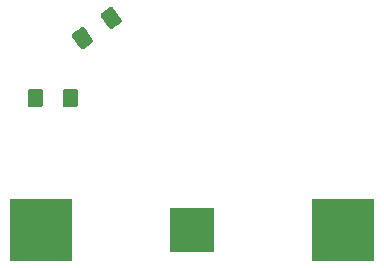
<source format=gbr>
G04 #@! TF.GenerationSoftware,KiCad,Pcbnew,5.1.4-e60b266~84~ubuntu18.04.1*
G04 #@! TF.CreationDate,2019-11-05T13:07:08-07:00*
G04 #@! TF.ProjectId,001,3030312e-6b69-4636-9164-5f7063625858,rev?*
G04 #@! TF.SameCoordinates,Original*
G04 #@! TF.FileFunction,Paste,Bot*
G04 #@! TF.FilePolarity,Positive*
%FSLAX46Y46*%
G04 Gerber Fmt 4.6, Leading zero omitted, Abs format (unit mm)*
G04 Created by KiCad (PCBNEW 5.1.4-e60b266~84~ubuntu18.04.1) date 2019-11-05 13:07:08*
%MOMM*%
%LPD*%
G04 APERTURE LIST*
%ADD10R,5.347600X5.347600*%
%ADD11R,3.847600X3.847600*%
%ADD12C,0.100000*%
%ADD13C,1.272600*%
G04 APERTURE END LIST*
D10*
X135155000Y-103378000D03*
X160755000Y-103378000D03*
D11*
X147955000Y-103378000D03*
D12*
G36*
X141146235Y-84484637D02*
G01*
X141167973Y-84487378D01*
X141189338Y-84492237D01*
X141210123Y-84499166D01*
X141230129Y-84508100D01*
X141249163Y-84518951D01*
X141267042Y-84531616D01*
X141283593Y-84545972D01*
X141298658Y-84561881D01*
X141312090Y-84579191D01*
X141972319Y-85522096D01*
X141983991Y-85540638D01*
X141993788Y-85560236D01*
X142001618Y-85580699D01*
X142007404Y-85601831D01*
X142011091Y-85623429D01*
X142012643Y-85645284D01*
X142012045Y-85667185D01*
X142009304Y-85688923D01*
X142004445Y-85710288D01*
X141997516Y-85731073D01*
X141988582Y-85751079D01*
X141977731Y-85770113D01*
X141965066Y-85787992D01*
X141950710Y-85804543D01*
X141934801Y-85819608D01*
X141917491Y-85833040D01*
X141240810Y-86306857D01*
X141222268Y-86318529D01*
X141202670Y-86328326D01*
X141182207Y-86336156D01*
X141161075Y-86341942D01*
X141139477Y-86345629D01*
X141117622Y-86347181D01*
X141095721Y-86346583D01*
X141073983Y-86343842D01*
X141052618Y-86338983D01*
X141031833Y-86332054D01*
X141011827Y-86323120D01*
X140992793Y-86312269D01*
X140974914Y-86299604D01*
X140958363Y-86285248D01*
X140943298Y-86269339D01*
X140929866Y-86252029D01*
X140269637Y-85309124D01*
X140257965Y-85290582D01*
X140248168Y-85270984D01*
X140240338Y-85250521D01*
X140234552Y-85229389D01*
X140230865Y-85207791D01*
X140229313Y-85185936D01*
X140229911Y-85164035D01*
X140232652Y-85142297D01*
X140237511Y-85120932D01*
X140244440Y-85100147D01*
X140253374Y-85080141D01*
X140264225Y-85061107D01*
X140276890Y-85043228D01*
X140291246Y-85026677D01*
X140307155Y-85011612D01*
X140324465Y-84998180D01*
X141001146Y-84524363D01*
X141019688Y-84512691D01*
X141039286Y-84502894D01*
X141059749Y-84495064D01*
X141080881Y-84489278D01*
X141102479Y-84485591D01*
X141124334Y-84484039D01*
X141146235Y-84484637D01*
X141146235Y-84484637D01*
G37*
D13*
X141120978Y-85415610D03*
D12*
G36*
X138709257Y-86191027D02*
G01*
X138730995Y-86193768D01*
X138752360Y-86198627D01*
X138773145Y-86205556D01*
X138793151Y-86214490D01*
X138812185Y-86225341D01*
X138830064Y-86238006D01*
X138846615Y-86252362D01*
X138861680Y-86268271D01*
X138875112Y-86285581D01*
X139535341Y-87228486D01*
X139547013Y-87247028D01*
X139556810Y-87266626D01*
X139564640Y-87287089D01*
X139570426Y-87308221D01*
X139574113Y-87329819D01*
X139575665Y-87351674D01*
X139575067Y-87373575D01*
X139572326Y-87395313D01*
X139567467Y-87416678D01*
X139560538Y-87437463D01*
X139551604Y-87457469D01*
X139540753Y-87476503D01*
X139528088Y-87494382D01*
X139513732Y-87510933D01*
X139497823Y-87525998D01*
X139480513Y-87539430D01*
X138803832Y-88013247D01*
X138785290Y-88024919D01*
X138765692Y-88034716D01*
X138745229Y-88042546D01*
X138724097Y-88048332D01*
X138702499Y-88052019D01*
X138680644Y-88053571D01*
X138658743Y-88052973D01*
X138637005Y-88050232D01*
X138615640Y-88045373D01*
X138594855Y-88038444D01*
X138574849Y-88029510D01*
X138555815Y-88018659D01*
X138537936Y-88005994D01*
X138521385Y-87991638D01*
X138506320Y-87975729D01*
X138492888Y-87958419D01*
X137832659Y-87015514D01*
X137820987Y-86996972D01*
X137811190Y-86977374D01*
X137803360Y-86956911D01*
X137797574Y-86935779D01*
X137793887Y-86914181D01*
X137792335Y-86892326D01*
X137792933Y-86870425D01*
X137795674Y-86848687D01*
X137800533Y-86827322D01*
X137807462Y-86806537D01*
X137816396Y-86786531D01*
X137827247Y-86767497D01*
X137839912Y-86749618D01*
X137854268Y-86733067D01*
X137870177Y-86718002D01*
X137887487Y-86704570D01*
X138564168Y-86230753D01*
X138582710Y-86219081D01*
X138602308Y-86209284D01*
X138622771Y-86201454D01*
X138643903Y-86195668D01*
X138665501Y-86191981D01*
X138687356Y-86190429D01*
X138709257Y-86191027D01*
X138709257Y-86191027D01*
G37*
D13*
X138684000Y-87122000D03*
D12*
G36*
X135127921Y-91404275D02*
G01*
X135149593Y-91407490D01*
X135170847Y-91412814D01*
X135191476Y-91420195D01*
X135211282Y-91429563D01*
X135230075Y-91440827D01*
X135247674Y-91453878D01*
X135263908Y-91468592D01*
X135278622Y-91484826D01*
X135291673Y-91502425D01*
X135302937Y-91521218D01*
X135312305Y-91541024D01*
X135319686Y-91561653D01*
X135325010Y-91582907D01*
X135328225Y-91604579D01*
X135329300Y-91626463D01*
X135329300Y-92777537D01*
X135328225Y-92799421D01*
X135325010Y-92821093D01*
X135319686Y-92842347D01*
X135312305Y-92862976D01*
X135302937Y-92882782D01*
X135291673Y-92901575D01*
X135278622Y-92919174D01*
X135263908Y-92935408D01*
X135247674Y-92950122D01*
X135230075Y-92963173D01*
X135211282Y-92974437D01*
X135191476Y-92983805D01*
X135170847Y-92991186D01*
X135149593Y-92996510D01*
X135127921Y-92999725D01*
X135106037Y-93000800D01*
X134279963Y-93000800D01*
X134258079Y-92999725D01*
X134236407Y-92996510D01*
X134215153Y-92991186D01*
X134194524Y-92983805D01*
X134174718Y-92974437D01*
X134155925Y-92963173D01*
X134138326Y-92950122D01*
X134122092Y-92935408D01*
X134107378Y-92919174D01*
X134094327Y-92901575D01*
X134083063Y-92882782D01*
X134073695Y-92862976D01*
X134066314Y-92842347D01*
X134060990Y-92821093D01*
X134057775Y-92799421D01*
X134056700Y-92777537D01*
X134056700Y-91626463D01*
X134057775Y-91604579D01*
X134060990Y-91582907D01*
X134066314Y-91561653D01*
X134073695Y-91541024D01*
X134083063Y-91521218D01*
X134094327Y-91502425D01*
X134107378Y-91484826D01*
X134122092Y-91468592D01*
X134138326Y-91453878D01*
X134155925Y-91440827D01*
X134174718Y-91429563D01*
X134194524Y-91420195D01*
X134215153Y-91412814D01*
X134236407Y-91407490D01*
X134258079Y-91404275D01*
X134279963Y-91403200D01*
X135106037Y-91403200D01*
X135127921Y-91404275D01*
X135127921Y-91404275D01*
G37*
D13*
X134693000Y-92202000D03*
D12*
G36*
X138102921Y-91404275D02*
G01*
X138124593Y-91407490D01*
X138145847Y-91412814D01*
X138166476Y-91420195D01*
X138186282Y-91429563D01*
X138205075Y-91440827D01*
X138222674Y-91453878D01*
X138238908Y-91468592D01*
X138253622Y-91484826D01*
X138266673Y-91502425D01*
X138277937Y-91521218D01*
X138287305Y-91541024D01*
X138294686Y-91561653D01*
X138300010Y-91582907D01*
X138303225Y-91604579D01*
X138304300Y-91626463D01*
X138304300Y-92777537D01*
X138303225Y-92799421D01*
X138300010Y-92821093D01*
X138294686Y-92842347D01*
X138287305Y-92862976D01*
X138277937Y-92882782D01*
X138266673Y-92901575D01*
X138253622Y-92919174D01*
X138238908Y-92935408D01*
X138222674Y-92950122D01*
X138205075Y-92963173D01*
X138186282Y-92974437D01*
X138166476Y-92983805D01*
X138145847Y-92991186D01*
X138124593Y-92996510D01*
X138102921Y-92999725D01*
X138081037Y-93000800D01*
X137254963Y-93000800D01*
X137233079Y-92999725D01*
X137211407Y-92996510D01*
X137190153Y-92991186D01*
X137169524Y-92983805D01*
X137149718Y-92974437D01*
X137130925Y-92963173D01*
X137113326Y-92950122D01*
X137097092Y-92935408D01*
X137082378Y-92919174D01*
X137069327Y-92901575D01*
X137058063Y-92882782D01*
X137048695Y-92862976D01*
X137041314Y-92842347D01*
X137035990Y-92821093D01*
X137032775Y-92799421D01*
X137031700Y-92777537D01*
X137031700Y-91626463D01*
X137032775Y-91604579D01*
X137035990Y-91582907D01*
X137041314Y-91561653D01*
X137048695Y-91541024D01*
X137058063Y-91521218D01*
X137069327Y-91502425D01*
X137082378Y-91484826D01*
X137097092Y-91468592D01*
X137113326Y-91453878D01*
X137130925Y-91440827D01*
X137149718Y-91429563D01*
X137169524Y-91420195D01*
X137190153Y-91412814D01*
X137211407Y-91407490D01*
X137233079Y-91404275D01*
X137254963Y-91403200D01*
X138081037Y-91403200D01*
X138102921Y-91404275D01*
X138102921Y-91404275D01*
G37*
D13*
X137668000Y-92202000D03*
M02*

</source>
